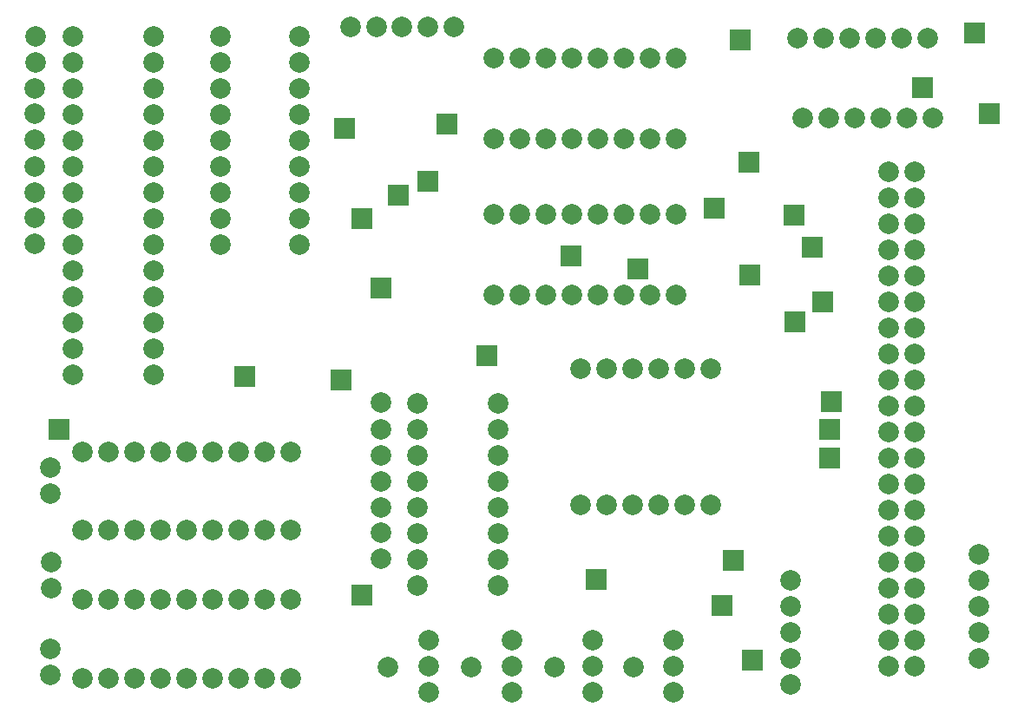
<source format=gbr>
*
%LPD*%
%LN_top_solder*%
%FSLAX34Y34*%
%MOMM*%
%OFA0B0*%
%AD*%
%ADD015C,2.0000*%
%ADD016R,2.0000X2.0000*%
G54D15*
G01X857300Y548300D03*
G01X857300Y522900D03*
G01X857300Y497500D03*
G01X857300Y472100D03*
G01X857300Y446700D03*
G01X857300Y421300D03*
G01X857300Y395900D03*
G01X857300Y370500D03*
G01X857300Y345100D03*
G01X857300Y319700D03*
G01X857300Y294300D03*
G01X857300Y268900D03*
G01X857300Y243500D03*
G01X857300Y218100D03*
G01X857300Y192700D03*
G01X857300Y167300D03*
G01X857300Y141900D03*
G01X857300Y116500D03*
G01X857300Y91100D03*
G01X857300Y65700D03*
G01X882700Y548300D03*
G01X882700Y522900D03*
G01X882700Y497500D03*
G01X882700Y472100D03*
G01X882700Y446700D03*
G01X882700Y421300D03*
G01X882700Y395900D03*
G01X882700Y370500D03*
G01X882700Y345100D03*
G01X882700Y319700D03*
G01X882700Y294300D03*
G01X882700Y268900D03*
G01X882700Y243500D03*
G01X882700Y218100D03*
G01X882700Y192700D03*
G01X882700Y167300D03*
G01X882700Y141900D03*
G01X882700Y116500D03*
G01X882700Y91100D03*
G01X882700Y65700D03*
G01X762000Y150000D03*
G01X762000Y124600D03*
G01X762000Y99200D03*
G01X762000Y73800D03*
G01X762000Y48400D03*
G01X40000Y234300D03*
G01X40000Y259700D03*
G01X41000Y142300D03*
G01X41000Y167700D03*
G01X40000Y57300D03*
G01X40000Y82700D03*
G01X650000Y428000D03*
G01X624600Y428000D03*
G01X599200Y428000D03*
G01X573800Y428000D03*
G01X548400Y428000D03*
G01X523000Y428000D03*
G01X497600Y428000D03*
G01X472200Y428000D03*
G01X650000Y506700D03*
G01X624600Y506700D03*
G01X599200Y506700D03*
G01X573800Y506700D03*
G01X548400Y506700D03*
G01X523000Y506700D03*
G01X497600Y506700D03*
G01X472200Y506700D03*
G01X650000Y581000D03*
G01X624600Y581000D03*
G01X599200Y581000D03*
G01X573800Y581000D03*
G01X548400Y581000D03*
G01X523000Y581000D03*
G01X497600Y581000D03*
G01X472200Y581000D03*
G01X650000Y659700D03*
G01X624600Y659700D03*
G01X599200Y659700D03*
G01X573800Y659700D03*
G01X548400Y659700D03*
G01X523000Y659700D03*
G01X497600Y659700D03*
G01X472200Y659700D03*
G01X409000Y91000D03*
G01X409000Y65600D03*
G01X409000Y40200D03*
G01X490000Y91000D03*
G01X490000Y65600D03*
G01X490000Y40200D03*
G01X569000Y91000D03*
G01X569000Y65600D03*
G01X569000Y40200D03*
G01X896000Y679000D03*
G01X870600Y679000D03*
G01X845200Y679000D03*
G01X819800Y679000D03*
G01X794400Y679000D03*
G01X769000Y679000D03*
G01X901000Y601000D03*
G01X875600Y601000D03*
G01X850200Y601000D03*
G01X824800Y601000D03*
G01X799400Y601000D03*
G01X774000Y601000D03*
G01X62000Y681000D03*
G01X62000Y655600D03*
G01X62000Y630200D03*
G01X62000Y604800D03*
G01X62000Y579400D03*
G01X62000Y554000D03*
G01X62000Y528600D03*
G01X62000Y503200D03*
G01X62000Y477800D03*
G01X62000Y452400D03*
G01X62000Y427000D03*
G01X62000Y401600D03*
G01X62000Y376200D03*
G01X62000Y350800D03*
G01X140700Y681000D03*
G01X140700Y655600D03*
G01X140700Y630200D03*
G01X140700Y604800D03*
G01X140700Y579400D03*
G01X140700Y554000D03*
G01X140700Y528600D03*
G01X140700Y503200D03*
G01X140700Y477800D03*
G01X140700Y452400D03*
G01X140700Y427000D03*
G01X140700Y401600D03*
G01X140700Y376200D03*
G01X140700Y350800D03*
G01X206000Y477000D03*
G01X206000Y502400D03*
G01X206000Y527800D03*
G01X206000Y553200D03*
G01X206000Y578600D03*
G01X206000Y604000D03*
G01X206000Y629400D03*
G01X206000Y654800D03*
G01X206000Y680200D03*
G01X282500Y477000D03*
G01X282500Y502400D03*
G01X282500Y527800D03*
G01X282500Y553200D03*
G01X282500Y578600D03*
G01X282500Y604000D03*
G01X282500Y629400D03*
G01X282500Y654800D03*
G01X282500Y680200D03*
G01X71000Y275000D03*
G01X96400Y275000D03*
G01X121800Y275000D03*
G01X147200Y275000D03*
G01X172600Y275000D03*
G01X198000Y275000D03*
G01X223400Y275000D03*
G01X248800Y275000D03*
G01X274200Y275000D03*
G01X71000Y198500D03*
G01X96400Y198500D03*
G01X121800Y198500D03*
G01X147200Y198500D03*
G01X172600Y198500D03*
G01X198000Y198500D03*
G01X223400Y198500D03*
G01X248800Y198500D03*
G01X274200Y198500D03*
G01X648000Y91000D03*
G01X648000Y65600D03*
G01X648000Y40200D03*
G01X398000Y145000D03*
G01X398000Y170400D03*
G01X398000Y195800D03*
G01X398000Y221200D03*
G01X398000Y246600D03*
G01X398000Y272000D03*
G01X398000Y297400D03*
G01X398000Y322800D03*
G01X476740Y145000D03*
G01X476740Y170400D03*
G01X476740Y195800D03*
G01X476740Y221200D03*
G01X476740Y246600D03*
G01X476740Y272000D03*
G01X476700Y297400D03*
G01X476700Y322800D03*
G01X684500Y356500D03*
G01X659100Y356500D03*
G01X633700Y356500D03*
G01X608300Y356500D03*
G01X582900Y356500D03*
G01X557500Y356500D03*
G01X684500Y223500D03*
G01X659100Y223500D03*
G01X633700Y223500D03*
G01X608300Y223500D03*
G01X582900Y223500D03*
G01X557500Y223500D03*
G01X71000Y131000D03*
G01X96400Y131000D03*
G01X121800Y131000D03*
G01X147200Y131000D03*
G01X172600Y131000D03*
G01X198000Y131000D03*
G01X223400Y131000D03*
G01X248800Y131000D03*
G01X274200Y131000D03*
G01X71000Y54500D03*
G01X96400Y54500D03*
G01X121800Y54500D03*
G01X147200Y54500D03*
G01X172600Y54500D03*
G01X198000Y54500D03*
G01X223400Y54500D03*
G01X248800Y54500D03*
G01X274200Y54500D03*
G01X946000Y175000D03*
G01X946000Y149600D03*
G01X946000Y124200D03*
G01X946000Y98800D03*
G01X946000Y73400D03*
G01X408300Y690000D03*
G01X433700Y690000D03*
G01X362000Y323000D03*
G01X24500Y528500D03*
G01X383000Y690000D03*
G01X608500Y65500D03*
G01X24500Y503500D03*
G01X362000Y196000D03*
G01X24500Y554000D03*
G01X358000Y690000D03*
G01X362000Y221000D03*
G01X531500Y65500D03*
G01X362000Y297000D03*
G01X450500Y65500D03*
G01X369500Y65500D03*
G01X24500Y478500D03*
G01X362000Y272000D03*
G01X25000Y681000D03*
G01X332500Y690000D03*
G01X25000Y655500D03*
G01X362000Y246000D03*
G01X24500Y630000D03*
G01X24500Y605000D03*
G01X24500Y579500D03*
G01X362000Y171000D03*
G54D16*
G01X722500Y448000D03*
G01X362000Y435000D03*
G01X766000Y402000D03*
G01X765500Y506000D03*
G01X572500Y150500D03*
G01X48500Y297500D03*
G01X800500Y269000D03*
G01X327000Y590500D03*
G01X323500Y345000D03*
G01X800500Y297000D03*
G01X890500Y631000D03*
G01X229500Y349000D03*
G01X801500Y324500D03*
G01X466000Y369000D03*
G01X408000Y539000D03*
G01X706500Y169000D03*
G01X613000Y453500D03*
G01X713000Y677500D03*
G01X941500Y684000D03*
G01X721000Y557500D03*
G01X426500Y595000D03*
G01X793000Y421500D03*
G01X695000Y125500D03*
G01X379500Y526000D03*
G01X783500Y475000D03*
G01X548000Y466000D03*
G01X687500Y513000D03*
G01X344000Y503000D03*
G01X344000Y135500D03*
G01X725000Y72000D03*
G01X956000Y605000D03*
M2*

</source>
